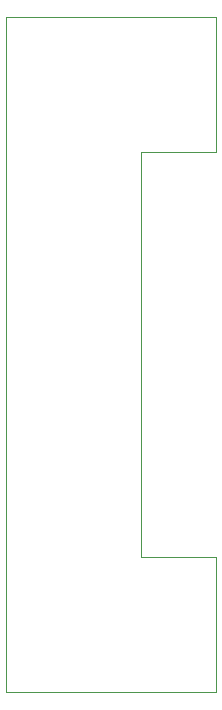
<source format=gko>
G04 #@! TF.FileFunction,Profile,NP*
%FSLAX46Y46*%
G04 Gerber Fmt 4.6, Leading zero omitted, Abs format (unit mm)*
G04 Created by KiCad (PCBNEW (2015-04-03 BZR 5570)-product) date Sun Apr 12 09:32:45 2015*
%MOMM*%
G01*
G04 APERTURE LIST*
%ADD10C,0.150000*%
%ADD11C,0.100000*%
G04 APERTURE END LIST*
D10*
D11*
X132715000Y-127000000D02*
X132715000Y-92710000D01*
X139065000Y-127000000D02*
X132715000Y-127000000D01*
X139065000Y-138430000D02*
X139065000Y-127000000D01*
X121285000Y-138430000D02*
X139065000Y-138430000D01*
X139065000Y-92710000D02*
X132715000Y-92710000D01*
X139065000Y-81280000D02*
X139065000Y-92710000D01*
X121285000Y-81280000D02*
X139065000Y-81280000D01*
X121285000Y-138430000D02*
X121285000Y-81280000D01*
M02*

</source>
